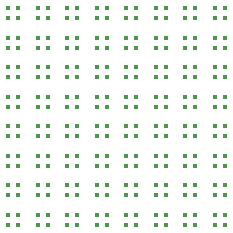
<source format=gtp>
G04 #@! TF.GenerationSoftware,KiCad,Pcbnew,9.0.0*
G04 #@! TF.CreationDate,2025-03-15T13:02:56+01:00*
G04 #@! TF.ProjectId,snowpixel,736e6f77-7069-4786-956c-2e6b69636164,rev?*
G04 #@! TF.SameCoordinates,Original*
G04 #@! TF.FileFunction,Paste,Top*
G04 #@! TF.FilePolarity,Positive*
%FSLAX46Y46*%
G04 Gerber Fmt 4.6, Leading zero omitted, Abs format (unit mm)*
G04 Created by KiCad (PCBNEW 9.0.0) date 2025-03-15 13:02:56*
%MOMM*%
%LPD*%
G01*
G04 APERTURE LIST*
%ADD10R,0.450000X0.450000*%
G04 APERTURE END LIST*
D10*
X120025000Y-69375000D03*
X119175000Y-69375000D03*
X120025000Y-68525000D03*
X119175000Y-68525000D03*
X111675000Y-64375000D03*
X111675000Y-63525000D03*
X112525000Y-64375000D03*
X112525000Y-63525000D03*
X117525000Y-69375000D03*
X116675000Y-69375000D03*
X117525000Y-68525000D03*
X116675000Y-68525000D03*
X121675000Y-56875000D03*
X121675000Y-56025000D03*
X122525000Y-56875000D03*
X122525000Y-56025000D03*
X111675000Y-54375000D03*
X111675000Y-53525000D03*
X112525000Y-54375000D03*
X112525000Y-53525000D03*
X110025000Y-69375000D03*
X109175000Y-69375000D03*
X110025000Y-68525000D03*
X109175000Y-68525000D03*
X119175000Y-54375000D03*
X119175000Y-53525000D03*
X120025000Y-54375000D03*
X120025000Y-53525000D03*
X109175000Y-66875000D03*
X109175000Y-66025000D03*
X110025000Y-66875000D03*
X110025000Y-66025000D03*
X111675000Y-59375000D03*
X111675000Y-58525000D03*
X112525000Y-59375000D03*
X112525000Y-58525000D03*
X114175000Y-59375000D03*
X114175000Y-58525000D03*
X115025000Y-59375000D03*
X115025000Y-58525000D03*
X116675000Y-66875000D03*
X116675000Y-66025000D03*
X117525000Y-66875000D03*
X117525000Y-66025000D03*
X124175000Y-54375000D03*
X124175000Y-53525000D03*
X125025000Y-54375000D03*
X125025000Y-53525000D03*
X125025000Y-69375000D03*
X124175000Y-69375000D03*
X125025000Y-68525000D03*
X124175000Y-68525000D03*
X116675000Y-56875000D03*
X116675000Y-56025000D03*
X117525000Y-56875000D03*
X117525000Y-56025000D03*
X121675000Y-59375000D03*
X121675000Y-58525000D03*
X122525000Y-59375000D03*
X122525000Y-58525000D03*
X119175000Y-66875000D03*
X119175000Y-66025000D03*
X120025000Y-66875000D03*
X120025000Y-66025000D03*
X117525000Y-51875000D03*
X116675000Y-51875000D03*
X117525000Y-51025000D03*
X116675000Y-51025000D03*
X112525000Y-51875000D03*
X111675000Y-51875000D03*
X112525000Y-51025000D03*
X111675000Y-51025000D03*
X111675000Y-66875000D03*
X111675000Y-66025000D03*
X112525000Y-66875000D03*
X112525000Y-66025000D03*
X120025000Y-51875000D03*
X119175000Y-51875000D03*
X120025000Y-51025000D03*
X119175000Y-51025000D03*
X114175000Y-56875000D03*
X114175000Y-56025000D03*
X115025000Y-56875000D03*
X115025000Y-56025000D03*
X119175000Y-56875000D03*
X119175000Y-56025000D03*
X120025000Y-56875000D03*
X120025000Y-56025000D03*
X119175000Y-61875000D03*
X119175000Y-61025000D03*
X120025000Y-61875000D03*
X120025000Y-61025000D03*
X124175000Y-61875000D03*
X124175000Y-61025000D03*
X125025000Y-61875000D03*
X125025000Y-61025000D03*
X110025000Y-51875000D03*
X109175000Y-51875000D03*
X110025000Y-51025000D03*
X109175000Y-51025000D03*
X126675000Y-56875000D03*
X126675000Y-56025000D03*
X127525000Y-56875000D03*
X127525000Y-56025000D03*
X119175000Y-59375000D03*
X119175000Y-58525000D03*
X120025000Y-59375000D03*
X120025000Y-58525000D03*
X127525000Y-69375000D03*
X126675000Y-69375000D03*
X127525000Y-68525000D03*
X126675000Y-68525000D03*
X111675000Y-61875000D03*
X111675000Y-61025000D03*
X112525000Y-61875000D03*
X112525000Y-61025000D03*
X122525000Y-51875000D03*
X121675000Y-51875000D03*
X122525000Y-51025000D03*
X121675000Y-51025000D03*
X121675000Y-66875000D03*
X121675000Y-66025000D03*
X122525000Y-66875000D03*
X122525000Y-66025000D03*
X119175000Y-64375000D03*
X119175000Y-63525000D03*
X120025000Y-64375000D03*
X120025000Y-63525000D03*
X116675000Y-64375000D03*
X116675000Y-63525000D03*
X117525000Y-64375000D03*
X117525000Y-63525000D03*
X111675000Y-56875000D03*
X111675000Y-56025000D03*
X112525000Y-56875000D03*
X112525000Y-56025000D03*
X126675000Y-66875000D03*
X126675000Y-66025000D03*
X127525000Y-66875000D03*
X127525000Y-66025000D03*
X109175000Y-61875000D03*
X109175000Y-61025000D03*
X110025000Y-61875000D03*
X110025000Y-61025000D03*
X114175000Y-64375000D03*
X114175000Y-63525000D03*
X115025000Y-64375000D03*
X115025000Y-63525000D03*
X124175000Y-56875000D03*
X124175000Y-56025000D03*
X125025000Y-56875000D03*
X125025000Y-56025000D03*
X126675000Y-61875000D03*
X126675000Y-61025000D03*
X127525000Y-61875000D03*
X127525000Y-61025000D03*
X116675000Y-61875000D03*
X116675000Y-61025000D03*
X117525000Y-61875000D03*
X117525000Y-61025000D03*
X124175000Y-59375000D03*
X124175000Y-58525000D03*
X125025000Y-59375000D03*
X125025000Y-58525000D03*
X114175000Y-61875000D03*
X114175000Y-61025000D03*
X115025000Y-61875000D03*
X115025000Y-61025000D03*
X124175000Y-66875000D03*
X124175000Y-66025000D03*
X125025000Y-66875000D03*
X125025000Y-66025000D03*
X124175000Y-64375000D03*
X124175000Y-63525000D03*
X125025000Y-64375000D03*
X125025000Y-63525000D03*
X109175000Y-54375000D03*
X109175000Y-53525000D03*
X110025000Y-54375000D03*
X110025000Y-53525000D03*
X116675000Y-54375000D03*
X116675000Y-53525000D03*
X117525000Y-54375000D03*
X117525000Y-53525000D03*
X125025000Y-51875000D03*
X124175000Y-51875000D03*
X125025000Y-51025000D03*
X124175000Y-51025000D03*
X109175000Y-59375000D03*
X109175000Y-58525000D03*
X110025000Y-59375000D03*
X110025000Y-58525000D03*
X126675000Y-64375000D03*
X126675000Y-63525000D03*
X127525000Y-64375000D03*
X127525000Y-63525000D03*
X109175000Y-56875000D03*
X109175000Y-56025000D03*
X110025000Y-56875000D03*
X110025000Y-56025000D03*
X121675000Y-54375000D03*
X121675000Y-53525000D03*
X122525000Y-54375000D03*
X122525000Y-53525000D03*
X127525000Y-51875000D03*
X126675000Y-51875000D03*
X127525000Y-51025000D03*
X126675000Y-51025000D03*
X112525000Y-69375000D03*
X111675000Y-69375000D03*
X112525000Y-68525000D03*
X111675000Y-68525000D03*
X122525000Y-69375000D03*
X121675000Y-69375000D03*
X122525000Y-68525000D03*
X121675000Y-68525000D03*
X115025000Y-69375000D03*
X114175000Y-69375000D03*
X115025000Y-68525000D03*
X114175000Y-68525000D03*
X116675000Y-59375000D03*
X116675000Y-58525000D03*
X117525000Y-59375000D03*
X117525000Y-58525000D03*
X121675000Y-64375000D03*
X121675000Y-63525000D03*
X122525000Y-64375000D03*
X122525000Y-63525000D03*
X115025000Y-51875000D03*
X114175000Y-51875000D03*
X115025000Y-51025000D03*
X114175000Y-51025000D03*
X121675000Y-61875000D03*
X121675000Y-61025000D03*
X122525000Y-61875000D03*
X122525000Y-61025000D03*
X114175000Y-66875000D03*
X114175000Y-66025000D03*
X115025000Y-66875000D03*
X115025000Y-66025000D03*
X114175000Y-54375000D03*
X114175000Y-53525000D03*
X115025000Y-54375000D03*
X115025000Y-53525000D03*
X126675000Y-54375000D03*
X126675000Y-53525000D03*
X127525000Y-54375000D03*
X127525000Y-53525000D03*
X109175000Y-64375000D03*
X109175000Y-63525000D03*
X110025000Y-64375000D03*
X110025000Y-63525000D03*
X126675000Y-59375000D03*
X126675000Y-58525000D03*
X127525000Y-59375000D03*
X127525000Y-58525000D03*
M02*

</source>
